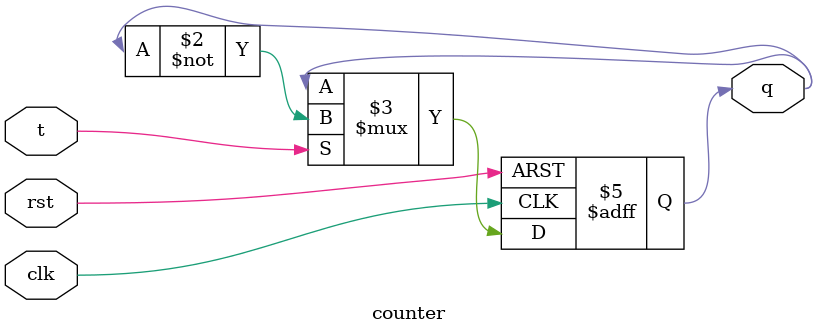
<source format=v>
`timescale 1ns / 1ps
module counter4Bit (
    input wire t, clk, rst,
    output wire [3:0] q,
    output wire [3:0] count
);
    // First flip-flop gets the main clock
    counter c1 (.t(t), .clk(clk),   .rst(rst), .q(q[0]));
    counter c2 (.t(t), .clk(q[0]),  .rst(rst), .q(q[1]));
    counter c3 (.t(t), .clk(q[1]),  .rst(rst), .q(q[2]));
    counter c4 (.t(t), .clk(q[2]),  .rst(rst), .q(q[3]));

    assign count = (4'd15)-q;

endmodule



module counter (
    input wire t, clk, rst,
    output reg q
);
    always @(posedge clk or posedge rst) begin
        if (rst)
            q <= 1'b0;  // Reset the flip-flop correctly
        else if (t)
            q <= ~q;  // Toggle on clock edge when t=1
    end
endmodule


/* top module for implementing onFPPGA

module top(sw,led);
input [2:0]sw;
output [7:0]led;

counter4Bit top(.t(sw[2]), .clk(sw[1]), .rst(sw[0]), .q(led[3:0]), .count(led[7:4]));
endmodule

*/
</source>
